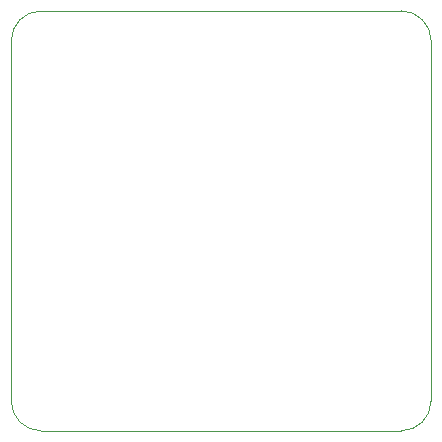
<source format=gbr>
%TF.GenerationSoftware,KiCad,Pcbnew,(6.0.7-1)-1*%
%TF.CreationDate,2023-02-09T22:12:40-08:00*%
%TF.ProjectId,MiniProject,4d696e69-5072-46f6-9a65-63742e6b6963,rev?*%
%TF.SameCoordinates,Original*%
%TF.FileFunction,Profile,NP*%
%FSLAX46Y46*%
G04 Gerber Fmt 4.6, Leading zero omitted, Abs format (unit mm)*
G04 Created by KiCad (PCBNEW (6.0.7-1)-1) date 2023-02-09 22:12:40*
%MOMM*%
%LPD*%
G01*
G04 APERTURE LIST*
%TA.AperFunction,Profile*%
%ADD10C,0.100000*%
%TD*%
G04 APERTURE END LIST*
D10*
X142240000Y-121920000D02*
G75*
G03*
X144780000Y-124460000I2540000J0D01*
G01*
X175260000Y-124460000D02*
G75*
G03*
X177800000Y-121920000I0J2540000D01*
G01*
X177800000Y-91440000D02*
G75*
G03*
X175260000Y-88900000I-2540000J0D01*
G01*
X142240000Y-91440000D02*
X142240000Y-121920000D01*
X177800000Y-91440000D02*
X177800000Y-121920000D01*
X144780000Y-88900000D02*
X175260000Y-88900000D01*
X144780000Y-124460000D02*
X175260000Y-124460000D01*
X144780000Y-88900000D02*
G75*
G03*
X142240000Y-91440000I0J-2540000D01*
G01*
M02*

</source>
